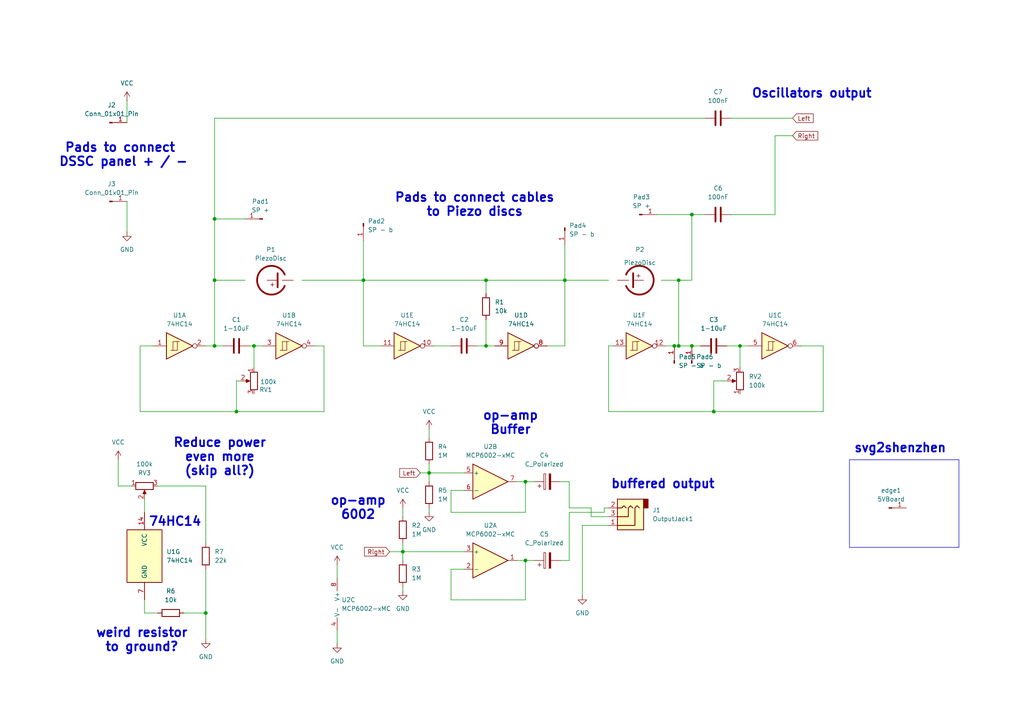
<source format=kicad_sch>
(kicad_sch (version 20250114) (generator "eeschema") (generator_version "9.0")
  (paper "A4")
  (lib_symbols
    (symbol "1Channel-PiezoAmp-rescue:AudioJack3-Connector_6"
      (property "Reference" "J1" (at -7.62 -1.9051 0))
      (property "Value" "OutputJack1" (at -7.62 0.6349 0))
      (symbol "AudioJack3-Connector_6_0_1"
        (rectangle (start -5.08 -5.08) (end -6.35 -2.54) (stroke (width 0.254)) (fill (type outline)))
        (polyline (pts (xy -1.905 -2.54) (xy -1.27 -3.175) (xy -0.635 -2.54) (xy -0.635 0) (xy 2.54 0)) (stroke (width 0.254)))
        (polyline (pts (xy 0 -2.54) (xy 0.635 -3.175) (xy 1.27 -2.54) (xy 2.54 -2.54)) (stroke (width 0.254)))
        (rectangle (start 2.54 3.81) (end -5.08 -5.08) (stroke (width 0.254)) (fill (type background)))
        (polyline (pts (xy 2.54 2.54) (xy -2.54 2.54) (xy -2.54 -2.54) (xy -3.175 -3.175) (xy -3.81 -2.54)) (stroke (width 0.254)))
      )
      (symbol "AudioJack3-Connector_6_1_1"
        (pin passive line (at 5.08 2.54 180) (length 2.54) (name "~") (number "1"))
        (pin passive line (at 5.08 0 180) (length 2.54) (name "~") (number "3"))
        (pin passive line (at 5.08 -2.54 180) (length 2.54) (name "~") (number "2"))
      )
    )
    (symbol "74xx:74HC14" (pin_names (offset 1.016))
      (property "Reference" "U" (at 0 1.27 0))
      (property "Value" "74HC14" (at 0 -1.27 0))
      (symbol "74HC14_1_0"
        (polyline (pts (xy -3.81 3.81) (xy -3.81 -3.81) (xy 3.81 0) (xy -3.81 3.81)) (stroke (width 0.254)) (fill (type background)))
        (pin input line (at -7.62 0 0) (length 3.81) (name "~") (number "1"))
        (pin output inverted (at 7.62 0 180) (length 3.81) (name "~") (number "2"))
      )
      (symbol "74HC14_1_1"
        (polyline (pts (xy -2.54 -1.27) (xy -0.635 -1.27) (xy -0.635 1.27) (xy 0 1.27)))
        (polyline (pts (xy -1.905 -1.27) (xy -1.905 1.27) (xy -0.635 1.27)))
      )
      (symbol "74HC14_2_0"
        (polyline (pts (xy -3.81 3.81) (xy -3.81 -3.81) (xy 3.81 0) (xy -3.81 3.81)) (stroke (width 0.254)) (fill (type background)))
        (pin input line (at -7.62 0 0) (length 3.81) (name "~") (number "3"))
        (pin output inverted (at 7.62 0 180) (length 3.81) (name "~") (number "4"))
      )
      (symbol "74HC14_2_1"
        (polyline (pts (xy -2.54 -1.27) (xy -0.635 -1.27) (xy -0.635 1.27) (xy 0 1.27)))
        (polyline (pts (xy -1.905 -1.27) (xy -1.905 1.27) (xy -0.635 1.27)))
      )
      (symbol "74HC14_3_0"
        (polyline (pts (xy -3.81 3.81) (xy -3.81 -3.81) (xy 3.81 0) (xy -3.81 3.81)) (stroke (width 0.254)) (fill (type background)))
        (pin input line (at -7.62 0 0) (length 3.81) (name "~") (number "5"))
        (pin output inverted (at 7.62 0 180) (length 3.81) (name "~") (number "6"))
      )
      (symbol "74HC14_3_1"
        (polyline (pts (xy -2.54 -1.27) (xy -0.635 -1.27) (xy -0.635 1.27) (xy 0 1.27)))
        (polyline (pts (xy -1.905 -1.27) (xy -1.905 1.27) (xy -0.635 1.27)))
      )
      (symbol "74HC14_4_0"
        (polyline (pts (xy -3.81 3.81) (xy -3.81 -3.81) (xy 3.81 0) (xy -3.81 3.81)) (stroke (width 0.254)) (fill (type background)))
        (pin input line (at -7.62 0 0) (length 3.81) (name "~") (number "9"))
        (pin output inverted (at 7.62 0 180) (length 3.81) (name "~") (number "8"))
      )
      (symbol "74HC14_4_1"
        (polyline (pts (xy -2.54 -1.27) (xy -0.635 -1.27) (xy -0.635 1.27) (xy 0 1.27)))
        (polyline (pts (xy -1.905 -1.27) (xy -1.905 1.27) (xy -0.635 1.27)))
      )
      (symbol "74HC14_5_0"
        (polyline (pts (xy -3.81 3.81) (xy -3.81 -3.81) (xy 3.81 0) (xy -3.81 3.81)) (stroke (width 0.254)) (fill (type background)))
        (pin input line (at -7.62 0 0) (length 3.81) (name "~") (number "11"))
        (pin output inverted (at 7.62 0 180) (length 3.81) (name "~") (number "10"))
      )
      (symbol "74HC14_5_1"
        (polyline (pts (xy -2.54 -1.27) (xy -0.635 -1.27) (xy -0.635 1.27) (xy 0 1.27)))
        (polyline (pts (xy -1.905 -1.27) (xy -1.905 1.27) (xy -0.635 1.27)))
      )
      (symbol "74HC14_6_0"
        (polyline (pts (xy -3.81 3.81) (xy -3.81 -3.81) (xy 3.81 0) (xy -3.81 3.81)) (stroke (width 0.254)) (fill (type background)))
        (pin input line (at -7.62 0 0) (length 3.81) (name "~") (number "13"))
        (pin output inverted (at 7.62 0 180) (length 3.81) (name "~") (number "12"))
      )
      (symbol "74HC14_6_1"
        (polyline (pts (xy -2.54 -1.27) (xy -0.635 -1.27) (xy -0.635 1.27) (xy 0 1.27)))
        (polyline (pts (xy -1.905 -1.27) (xy -1.905 1.27) (xy -0.635 1.27)))
      )
      (symbol "74HC14_7_0"
        (pin power_in line (at 0 12.7 270) (length 5.08) (name "VCC") (number "14"))
        (pin power_in line (at 0 -12.7 90) (length 5.08) (name "GND") (number "7"))
      )
      (symbol "74HC14_7_1"
        (rectangle (start -5.08 7.62) (end 5.08 -7.62) (stroke (width 0.254)) (fill (type background)))
      )
    )
    (symbol "Amplifier_Operational:MCP6002-xMC" (pin_names (offset 0.127))
      (property "Reference" "U" (at 0 5.08 0))
      (property "Value" "MCP6002-xMC" (at 0 -5.08 0))
      (symbol "MCP6002-xMC_1_1"
        (polyline (pts (xy -5.08 5.08) (xy 5.08 0) (xy -5.08 -5.08) (xy -5.08 5.08)) (stroke (width 0.254)) (fill (type background)))
        (pin input line (at -7.62 2.54 0) (length 2.54) (name "+") (number "3"))
        (pin input line (at -7.62 -2.54 0) (length 2.54) (name "-") (number "2"))
        (pin output line (at 7.62 0 180) (length 2.54) (name "~") (number "1"))
      )
      (symbol "MCP6002-xMC_2_1"
        (polyline (pts (xy -5.08 5.08) (xy 5.08 0) (xy -5.08 -5.08) (xy -5.08 5.08)) (stroke (width 0.254)) (fill (type background)))
        (pin input line (at -7.62 2.54 0) (length 2.54) (name "+") (number "5"))
        (pin input line (at -7.62 -2.54 0) (length 2.54) (name "-") (number "6"))
        (pin output line (at 7.62 0 180) (length 2.54) (name "~") (number "7"))
      )
      (symbol "MCP6002-xMC_3_1"
        (pin power_in line (at -2.54 7.62 270) (length 3.81) (name "V+") (number "8"))
        (pin power_in line (at -2.54 -7.62 90) (length 3.81) (name "V-") (number "4"))
        (pin passive line (at -2.54 -7.62 90) (length 3.81) (hide yes) (name "V-") (number "9"))
      )
    )
    (symbol "Connector:Conn_01x01_Pin" (pin_names (offset 1.016) (hide yes))
      (property "Reference" "J" (at 0 2.54 0))
      (property "Value" "Conn_01x01_Pin" (at 0 -2.54 0))
      (symbol "Conn_01x01_Pin_1_1"
        (rectangle (start 0.8636 0.127) (end 0 -0.127) (stroke (width 0.1524)) (fill (type outline)))
        (polyline (pts (xy 1.27 0) (xy 0.8636 0)) (stroke (width 0.1524)))
        (pin passive line (at 5.08 0 180) (length 3.81) (name "Pin_1") (number "1"))
      )
    )
    (symbol "Device:C" (pin_numbers (hide yes)) (pin_names (offset 0.254))
      (property "Reference" "C" (at 0.635 2.54 0))
      (property "Value" "C" (at 0.635 -2.54 0))
      (symbol "C_0_1"
        (polyline (pts (xy -2.032 0.762) (xy 2.032 0.762)) (stroke (width 0.508)))
        (polyline (pts (xy -2.032 -0.762) (xy 2.032 -0.762)) (stroke (width 0.508)))
      )
      (symbol "C_1_1"
        (pin passive line (at 0 3.81 270) (length 2.794) (name "~") (number "1"))
        (pin passive line (at 0 -3.81 90) (length 2.794) (name "~") (number "2"))
      )
    )
    (symbol "Device:C_Polarized" (pin_numbers (hide yes)) (pin_names (offset 0.254))
      (property "Reference" "C" (at 0.635 2.54 0))
      (property "Value" "C_Polarized" (at 0.635 -2.54 0))
      (symbol "C_Polarized_0_1"
        (rectangle (start -2.286 0.508) (end 2.286 1.016))
        (polyline (pts (xy -1.778 2.286) (xy -0.762 2.286)))
        (polyline (pts (xy -1.27 2.794) (xy -1.27 1.778)))
        (rectangle (start 2.286 -0.508) (end -2.286 -1.016) (fill (type outline)))
      )
      (symbol "C_Polarized_1_1"
        (pin passive line (at 0 3.81 270) (length 2.794) (name "~") (number "1"))
        (pin passive line (at 0 -3.81 90) (length 2.794) (name "~") (number "2"))
      )
    )
    (symbol "Device:C_Polarized_US" (pin_numbers (hide yes)) (pin_names (offset 0.254) (hide yes))
      (property "Reference" "C4" (at 7.62 0.635 90))
      (property "Value" "PiezoDisc" (at 5.08 0.635 90))
      (symbol "C_Polarized_US_0_1"
        (polyline (pts (xy -2.032 0.762) (xy 2.032 0.762)) (stroke (width 0.508)))
        (polyline (pts (xy -1.778 2.286) (xy -0.762 2.286)))
        (polyline (pts (xy -1.27 1.778) (xy -1.27 2.794)))
        (arc (start -1.6511 -1.286) (mid 0.0001 6.7071) (end 1.6509 -1.2861) (stroke (width 0.508)))
      )
      (symbol "C_Polarized_US_1_1"
        (pin passive line (at 0 3.81 270) (length 2.794) (name "~") (number "1"))
        (pin passive line (at 0 -3.81 90) (length 3.302) (name "~") (number "2"))
      )
    )
    (symbol "Device:R" (pin_numbers (hide yes)) (pin_names (offset 0))
      (property "Reference" "R" (at 2.032 0 90))
      (property "Value" "R" (at 0 0 90))
      (symbol "R_0_1"
        (rectangle (start -1.016 -2.54) (end 1.016 2.54) (stroke (width 0.254)))
      )
      (symbol "R_1_1"
        (pin passive line (at 0 3.81 270) (length 1.27) (name "~") (number "1"))
        (pin passive line (at 0 -3.81 90) (length 1.27) (name "~") (number "2"))
      )
    )
    (symbol "Device:R_Potentiometer" (pin_names (offset 1.016) (hide yes))
      (property "Reference" "RV" (at -4.445 0 90))
      (property "Value" "R_Potentiometer" (at -2.54 0 90))
      (symbol "R_Potentiometer_0_1"
        (rectangle (start 1.016 2.54) (end -1.016 -2.54) (stroke (width 0.254)))
        (polyline (pts (xy 1.143 0) (xy 2.286 0.508) (xy 2.286 -0.508) (xy 1.143 0)) (fill (type outline)))
        (polyline (pts (xy 2.54 0) (xy 1.524 0)))
      )
      (symbol "R_Potentiometer_1_1"
        (pin passive line (at 0 3.81 270) (length 1.27) (name "1") (number "1"))
        (pin passive line (at 0 -3.81 90) (length 1.27) (name "3") (number "3"))
        (pin passive line (at 3.81 0 180) (length 1.27) (name "2") (number "2"))
      )
    )
    (symbol "power:GND" (power) (pin_numbers (hide yes)) (pin_names (offset 0) (hide yes))
      (property "Value" "GND" (at 0 -3.81 0))
      (symbol "GND_0_1"
        (polyline (pts (xy 0 0) (xy 0 -1.27) (xy 1.27 -1.27) (xy 0 -2.54) (xy -1.27 -1.27) (xy 0 -1.27)))
      )
      (symbol "GND_1_1"
        (pin power_in line (at 0 0 270) (length 0) (name "~") (number "1"))
      )
    )
    (symbol "power:VCC" (power) (pin_numbers (hide yes)) (pin_names (offset 0) (hide yes))
      (property "Value" "VCC" (at 0 3.556 0))
      (symbol "VCC_0_1"
        (polyline (pts (xy -0.762 1.27) (xy 0 2.54)))
        (polyline (pts (xy 0 2.54) (xy 0.762 1.27)))
        (polyline (pts (xy 0 0) (xy 0 2.54)))
      )
      (symbol "VCC_1_1"
        (pin power_in line (at 0 0 90) (length 0) (name "~") (number "1"))
      )
    )
  )
  (text "svg2shenzhen" (at 261.112 130.048 0) (effects (font (size 2.54 2.54) (thickness 0.508) (bold yes))))
  (text "Pads to connect cables\nto Piezo discs" (at 137.668 59.436 0) (effects (font (size 2.54 2.54) (thickness 0.508) (bold yes))))
  (text "Oscillators output" (at 235.458 27.178 0) (effects (font (size 2.54 2.54) (thickness 0.508) (bold yes))))
  (text "Reduce power\neven more\n(skip all?)" (at 63.754 132.588 0) (effects (font (size 2.54 2.54) (thickness 0.508) (bold yes))))
  (text "op-amp\nBuffer" (at 148.082 122.682 0) (effects (font (size 2.54 2.54) (thickness 0.508) (bold yes))))
  (text "op-amp\n6002\n" (at 103.886 147.32 0) (effects (font (size 2.54 2.54) (thickness 0.508) (bold yes))))
  (text "weird resistor\nto ground?" (at 41.148 185.674 0) (effects (font (size 2.54 2.54) (thickness 0.508) (bold yes))))
  (text "74HC14" (at 50.8 151.384 0) (effects (font (size 2.54 2.54) (thickness 0.508) (bold yes))))
  (text "buffered output" (at 192.278 140.462 0) (effects (font (size 2.54 2.54) (thickness 0.508) (bold yes))))
  (text "Pads to connect \nDSSC panel + / -" (at 35.814 44.958 0) (effects (font (size 2.54 2.54) (thickness 0.508) (bold yes))))
  (junction (at 163.83 81.28))
  (junction (at 59.69 177.8))
  (junction (at 196.85 100.33))
  (junction (at 214.63 100.33))
  (junction (at 62.23 63.5))
  (junction (at 140.97 100.33))
  (junction (at 152.4 139.7))
  (junction (at 200.66 62.23))
  (junction (at 73.66 100.33))
  (junction (at 124.46 137.16))
  (junction (at 195.58 100.33))
  (junction (at 140.97 81.28))
  (junction (at 68.58 119.38))
  (junction (at 62.23 81.28))
  (junction (at 200.66 100.33))
  (junction (at 116.84 160.02))
  (junction (at 207.01 119.38))
  (junction (at 105.41 81.28))
  (junction (at 152.4 162.56))
  (junction (at 62.23 100.33))
  (junction (at 196.85 81.28))
  (wire (pts (xy 163.83 81.28) (xy 176.53 81.28)))
  (wire (pts (xy 59.69 140.97) (xy 59.69 157.48)))
  (wire (pts (xy 40.64 119.38) (xy 40.64 100.33)))
  (wire (pts (xy 196.85 100.33) (xy 195.58 100.33)))
  (wire (pts (xy 238.76 100.33) (xy 232.41 100.33)))
  (wire (pts (xy 36.83 29.21) (xy 36.83 35.56)))
  (wire (pts (xy 165.1 148.59) (xy 175.26 148.59)))
  (wire (pts (xy 165.1 147.32) (xy 171.45 147.32)))
  (wire (pts (xy 116.84 160.02) (xy 116.84 162.56)))
  (wire (pts (xy 62.23 34.29) (xy 204.47 34.29)))
  (wire (pts (xy 224.79 39.37) (xy 224.79 62.23)))
  (wire (pts (xy 105.41 69.85) (xy 105.41 81.28)))
  (wire (pts (xy 116.84 157.48) (xy 116.84 160.02)))
  (wire (pts (xy 62.23 81.28) (xy 62.23 100.33)))
  (wire (pts (xy 176.53 152.4) (xy 168.91 152.4)))
  (wire (pts (xy 124.46 147.32) (xy 124.46 148.59)))
  (wire (pts (xy 68.58 110.49) (xy 69.85 110.49)))
  (wire (pts (xy 71.12 81.28) (xy 62.23 81.28)))
  (wire (pts (xy 207.01 119.38) (xy 238.76 119.38)))
  (wire (pts (xy 40.64 119.38) (xy 68.58 119.38)))
  (wire (pts (xy 210.82 100.33) (xy 214.63 100.33)))
  (wire (pts (xy 62.23 63.5) (xy 71.12 63.5)))
  (wire (pts (xy 200.66 62.23) (xy 204.47 62.23)))
  (wire (pts (xy 175.26 147.32) (xy 176.53 147.32)))
  (wire (pts (xy 93.98 100.33) (xy 93.98 119.38)))
  (wire (pts (xy 130.81 148.59) (xy 130.81 142.24)))
  (wire (pts (xy 238.76 119.38) (xy 238.76 100.33)))
  (wire (pts (xy 59.69 100.33) (xy 62.23 100.33)))
  (wire (pts (xy 121.92 137.16) (xy 124.46 137.16)))
  (wire (pts (xy 124.46 137.16) (xy 124.46 139.7)))
  (wire (pts (xy 105.41 81.28) (xy 105.41 100.33)))
  (wire (pts (xy 130.81 173.99) (xy 152.4 173.99)))
  (wire (pts (xy 41.91 177.8) (xy 45.72 177.8)))
  (wire (pts (xy 138.43 100.33) (xy 140.97 100.33)))
  (wire (pts (xy 34.29 140.97) (xy 38.1 140.97)))
  (wire (pts (xy 162.56 139.7) (xy 165.1 139.7)))
  (wire (pts (xy 176.53 100.33) (xy 177.8 100.33)))
  (wire (pts (xy 214.63 100.33) (xy 214.63 106.68)))
  (wire (pts (xy 196.85 100.33) (xy 200.66 100.33)))
  (wire (pts (xy 124.46 137.16) (xy 134.62 137.16)))
  (wire (pts (xy 171.45 149.86) (xy 176.53 149.86)))
  (wire (pts (xy 207.01 110.49) (xy 207.01 119.38)))
  (wire (pts (xy 116.84 160.02) (xy 134.62 160.02)))
  (wire (pts (xy 210.82 110.49) (xy 207.01 110.49)))
  (wire (pts (xy 200.66 100.33) (xy 203.2 100.33)))
  (wire (pts (xy 165.1 139.7) (xy 165.1 147.32)))
  (wire (pts (xy 140.97 81.28) (xy 140.97 85.09)))
  (wire (pts (xy 62.23 63.5) (xy 62.23 81.28)))
  (polyline (pts (xy 246.38 133.35) (xy 246.38 158.75)))
  (wire (pts (xy 140.97 81.28) (xy 163.83 81.28)))
  (wire (pts (xy 217.17 100.33) (xy 214.63 100.33)))
  (wire (pts (xy 176.53 119.38) (xy 207.01 119.38)))
  (wire (pts (xy 200.66 62.23) (xy 200.66 81.28)))
  (wire (pts (xy 165.1 148.59) (xy 165.1 162.56)))
  (wire (pts (xy 130.81 142.24) (xy 134.62 142.24)))
  (wire (pts (xy 163.83 81.28) (xy 163.83 100.33)))
  (wire (pts (xy 196.85 81.28) (xy 200.66 81.28)))
  (wire (pts (xy 176.53 100.33) (xy 176.53 119.38)))
  (polyline (pts (xy 246.38 133.35) (xy 278.13 133.35)))
  (wire (pts (xy 152.4 162.56) (xy 154.94 162.56)))
  (wire (pts (xy 105.41 81.28) (xy 140.97 81.28)))
  (wire (pts (xy 193.04 100.33) (xy 195.58 100.33)))
  (wire (pts (xy 73.66 100.33) (xy 73.66 106.68)))
  (wire (pts (xy 62.23 100.33) (xy 64.77 100.33)))
  (wire (pts (xy 196.85 81.28) (xy 196.85 100.33)))
  (wire (pts (xy 59.69 177.8) (xy 59.69 185.42)))
  (wire (pts (xy 124.46 134.62) (xy 124.46 137.16)))
  (wire (pts (xy 224.79 39.37) (xy 229.87 39.37)))
  (wire (pts (xy 190.5 62.23) (xy 200.66 62.23)))
  (wire (pts (xy 72.39 100.33) (xy 73.66 100.33)))
  (wire (pts (xy 68.58 110.49) (xy 68.58 119.38)))
  (wire (pts (xy 140.97 100.33) (xy 143.51 100.33)))
  (wire (pts (xy 191.77 81.28) (xy 196.85 81.28)))
  (wire (pts (xy 40.64 100.33) (xy 44.45 100.33)))
  (wire (pts (xy 152.4 139.7) (xy 152.4 148.59)))
  (wire (pts (xy 158.75 100.33) (xy 163.83 100.33)))
  (wire (pts (xy 152.4 148.59) (xy 130.81 148.59)))
  (wire (pts (xy 168.91 152.4) (xy 168.91 172.72)))
  (wire (pts (xy 91.44 100.33) (xy 93.98 100.33)))
  (wire (pts (xy 125.73 100.33) (xy 130.81 100.33)))
  (wire (pts (xy 68.58 119.38) (xy 93.98 119.38)))
  (wire (pts (xy 53.34 177.8) (xy 59.69 177.8)))
  (wire (pts (xy 113.03 160.02) (xy 116.84 160.02)))
  (wire (pts (xy 163.83 71.12) (xy 163.83 81.28)))
  (wire (pts (xy 45.72 140.97) (xy 59.69 140.97)))
  (wire (pts (xy 171.45 147.32) (xy 171.45 149.86)))
  (wire (pts (xy 87.63 81.28) (xy 105.41 81.28)))
  (wire (pts (xy 116.84 147.32) (xy 116.84 149.86)))
  (wire (pts (xy 165.1 162.56) (xy 162.56 162.56)))
  (wire (pts (xy 149.86 162.56) (xy 152.4 162.56)))
  (wire (pts (xy 152.4 162.56) (xy 152.4 173.99)))
  (wire (pts (xy 97.79 182.88) (xy 97.79 186.69)))
  (wire (pts (xy 212.09 62.23) (xy 224.79 62.23)))
  (wire (pts (xy 110.49 100.33) (xy 105.41 100.33)))
  (wire (pts (xy 97.79 163.83) (xy 97.79 167.64)))
  (wire (pts (xy 212.09 34.29) (xy 229.87 34.29)))
  (wire (pts (xy 62.23 34.29) (xy 62.23 63.5)))
  (wire (pts (xy 140.97 92.71) (xy 140.97 100.33)))
  (wire (pts (xy 149.86 139.7) (xy 152.4 139.7)))
  (wire (pts (xy 124.46 124.46) (xy 124.46 127)))
  (wire (pts (xy 116.84 170.18) (xy 116.84 171.45)))
  (wire (pts (xy 36.83 58.42) (xy 36.83 67.31)))
  (wire (pts (xy 41.91 173.99) (xy 41.91 177.8)))
  (wire (pts (xy 59.69 177.8) (xy 59.69 165.1)))
  (wire (pts (xy 130.81 165.1) (xy 130.81 173.99)))
  (wire (pts (xy 41.91 144.78) (xy 41.91 148.59)))
  (wire (pts (xy 34.29 140.97) (xy 34.29 133.35)))
  (polyline (pts (xy 278.13 133.35) (xy 278.13 158.75)))
  (polyline (pts (xy 278.13 158.75) (xy 246.38 158.75)))
  (wire (pts (xy 152.4 139.7) (xy 154.94 139.7)))
  (wire (pts (xy 175.26 148.59) (xy 175.26 147.32)))
  (wire (pts (xy 73.66 100.33) (xy 76.2 100.33)))
  (wire (pts (xy 134.62 165.1) (xy 130.81 165.1)))
  (global_label "Left" (shape input) (at 121.92 137.16 180) (property "Intersheetrefs" "${INTERSHEET_REFS}" (effects (hide yes))))
  (global_label "Right" (shape input) (at 229.87 39.37 0) (property "Intersheetrefs" "${INTERSHEET_REFS}" (effects (hide yes))))
  (global_label "Right" (shape input) (at 113.03 160.02 180) (property "Intersheetrefs" "${INTERSHEET_REFS}" (effects (hide yes))))
  (global_label "Left" (shape input) (at 229.87 34.29 0) (property "Intersheetrefs" "${INTERSHEET_REFS}" (effects (hide yes))))
  (symbol (lib_id "1Channel-PiezoAmp-rescue:AudioJack3-Connector_6") (at 181.61 149.86 180) (unit 1)
    (property "Reference" "J1" (at 189.23 147.9549 0) (effects (justify right)))
    (property "Value" "OutputJack1" (at 189.23 150.4949 0) (effects (justify right)))
    (property "Footprint" "007_dusjagr:AUDIO-JACK-3.5mm_SMD_noHole" (effects (hide yes)))
  )
  (symbol (lib_id "Amplifier_Operational:MCP6002-xMC") (at 100.33 175.26 0) (unit 3)
    (property "Reference" "U2" (at 99.06 173.9899 0) (effects (justify left)))
    (property "Value" "MCP6002-xMC" (at 99.06 176.5299 0) (effects (justify left)))
    (property "Footprint" "007_dusjagr:DIP-8_W7.62mm_LongerPads" (effects (hide yes)))
    (property "Datasheet" "http://ww1.microchip.com/downloads/en/DeviceDoc/21733j.pdf" (effects (hide yes)))
    (property "Description" "1MHz, Low-Power Op Amp, DFN-8" (effects (hide yes)))
  )
  (symbol (lib_id "Amplifier_Operational:MCP6002-xMC") (at 142.24 139.7 0) (unit 2)
    (property "Reference" "U2" (at 142.24 129.54 0))
    (property "Value" "MCP6002-xMC" (at 142.24 132.08 0))
    (property "Footprint" "007_dusjagr:DIP-8_W7.62mm_LongerPads" (effects (hide yes)))
    (property "Datasheet" "http://ww1.microchip.com/downloads/en/DeviceDoc/21733j.pdf" (effects (hide yes)))
    (property "Description" "1MHz, Low-Power Op Amp, DFN-8" (effects (hide yes)))
  )
  (symbol (lib_id "Connector:Conn_01x01_Pin") (at 185.42 62.23 0) (unit 1)
    (property "Reference" "Pad3" (at 186.055 57.15 0))
    (property "Value" "SP +" (at 186.055 59.69 0))
    (property "Footprint" "007_dusjagr:SolderPad_small" (effects (hide yes)))
    (property "Description" "Generic connector, single row, 01x01, script generated" (effects (hide yes)))
  )
  (symbol (lib_id "Device:R") (at 116.84 153.67 0) (unit 1)
    (property "Reference" "R2" (at 119.38 152.3999 0) (effects (justify left)))
    (property "Value" "1M" (at 119.38 154.9399 0) (effects (justify left)))
    (property "Footprint" "Resistor_THT:R_Axial_DIN0309_L9.0mm_D3.2mm_P12.70mm_Horizontal" (effects (hide yes)))
    (property "Description" "Resistor" (effects (hide yes)))
  )
  (symbol (lib_id "Device:R_Potentiometer") (at 73.66 110.49 0) (mirror y) (unit 1)
    (property "Reference" "RV1" (at 75.184 113.03 0) (effects (justify right)))
    (property "Value" "100k" (at 75.438 110.744 0) (effects (justify right)))
    (property "Footprint" "blinkyparts:Potentiometer_Alpha_RD901F-40-00D_Single_Vertical_bigger-holes" (effects (hide yes)))
    (property "Description" "Potentiometer" (effects (hide yes)))
  )
  (symbol (lib_id "Device:R") (at 124.46 143.51 0) (unit 1)
    (property "Reference" "R5" (at 127 142.2399 0) (effects (justify left)))
    (property "Value" "1M" (at 127 144.7799 0) (effects (justify left)))
    (property "Footprint" "Resistor_THT:R_Axial_DIN0309_L9.0mm_D3.2mm_P12.70mm_Horizontal" (effects (hide yes)))
    (property "Description" "Resistor" (effects (hide yes)))
  )
  (symbol (lib_id "Device:C") (at 134.62 100.33 90) (unit 1)
    (property "Reference" "C2" (at 134.62 92.71 90))
    (property "Value" "1-10uF" (at 134.62 95.25 90))
    (property "Footprint" "Capacitor_THT:C_Disc_D5.0mm_W2.5mm_P5.00mm" (effects (hide yes)))
    (property "Description" "Unpolarized capacitor" (effects (hide yes)))
  )
  (symbol (lib_id "Connector:Conn_01x01_Pin") (at 257.81 147.32 0) (unit 1)
    (property "Reference" "edge1" (at 258.445 142.24 0))
    (property "Value" "5VBoard" (at 258.445 144.78 0))
    (property "Footprint" "007_dusjagr:board_digilog" (effects (hide yes)))
    (property "Description" "Generic connector, single row, 01x01, script generated" (effects (hide yes)))
  )
  (symbol (lib_id "Device:R") (at 124.46 130.81 0) (unit 1)
    (property "Reference" "R4" (at 127 129.5399 0) (effects (justify left)))
    (property "Value" "1M" (at 127 132.0799 0) (effects (justify left)))
    (property "Footprint" "Resistor_THT:R_Axial_DIN0309_L9.0mm_D3.2mm_P12.70mm_Horizontal" (effects (hide yes)))
    (property "Description" "Resistor" (effects (hide yes)))
  )
  (symbol (lib_id "Device:R") (at 49.53 177.8 90) (unit 1)
    (property "Reference" "R6" (at 49.53 171.45 90))
    (property "Value" "10k" (at 49.53 173.99 90))
    (property "Footprint" "Resistor_THT:R_Axial_DIN0309_L9.0mm_D3.2mm_P12.70mm_Horizontal" (effects (hide yes)))
    (property "Description" "Resistor" (effects (hide yes)))
  )
  (symbol (lib_id "Connector:Conn_01x01_Pin") (at 105.41 64.77 270) (unit 1)
    (property "Reference" "Pad2" (at 106.68 64.1349 90) (effects (justify left)))
    (property "Value" "SP - b" (at 106.68 66.6749 90) (effects (justify left)))
    (property "Footprint" "007_dusjagr:SolderPad_small" (effects (hide yes)))
    (property "Description" "Generic connector, single row, 01x01, script generated" (effects (hide yes)))
  )
  (symbol (lib_id "Connector:Conn_01x01_Pin") (at 200.66 105.41 90) (unit 1)
    (property "Reference" "Pad6" (at 201.93 103.5049 90) (effects (justify right)))
    (property "Value" "SP - b" (at 201.93 106.0449 90) (effects (justify right)))
    (property "Footprint" "007_dusjagr:SolderPad_small" (effects (hide yes)))
    (property "Description" "Generic connector, single row, 01x01, script generated" (effects (hide yes)))
  )
  (symbol (lib_id "Device:C") (at 208.28 34.29 90) (unit 1)
    (property "Reference" "C7" (at 208.28 26.67 90))
    (property "Value" "100nF" (at 208.28 29.21 90))
    (property "Footprint" "Capacitor_THT:C_Disc_D5.0mm_W2.5mm_P2.50mm" (effects (hide yes)))
    (property "Description" "Unpolarized capacitor" (effects (hide yes)))
  )
  (symbol (lib_id "power:GND") (at 168.91 172.72 0) (unit 1)
    (property "Reference" "#PWR010" (effects (hide yes)))
    (property "Value" "GND" (at 168.91 177.8 0))
    (property "Description" "Power symbol creates a global label with name \"GND\" , ground" (effects (hide yes)))
  )
  (symbol (lib_id "74xx:74HC14") (at 83.82 100.33 0) (unit 2)
    (property "Reference" "U1" (at 83.82 91.44 0))
    (property "Value" "74HC14" (at 83.82 93.98 0))
    (property "Footprint" "007_dusjagr:DIP-14_W7.62mm_LongerPads" (effects (hide yes)))
    (property "Datasheet" "http://www.ti.com/lit/gpn/sn74HC14" (effects (hide yes)))
    (property "Description" "Hex inverter schmitt trigger" (effects (hide yes)))
  )
  (symbol (lib_id "Device:C") (at 68.58 100.33 90) (unit 1)
    (property "Reference" "C1" (at 68.58 92.71 90))
    (property "Value" "1-10uF" (at 68.58 95.25 90))
    (property "Footprint" "Capacitor_THT:C_Disc_D5.0mm_W2.5mm_P5.00mm" (effects (hide yes)))
    (property "Description" "Unpolarized capacitor" (effects (hide yes)))
  )
  (symbol (lib_id "Device:C_Polarized") (at 158.75 162.56 90) (unit 1)
    (property "Reference" "C5" (at 157.861 154.94 90))
    (property "Value" "C_Polarized" (at 157.861 157.48 90))
    (property "Footprint" "Capacitor_THT:CP_Radial_D5.0mm_P2.50mm" (effects (hide yes)))
    (property "Description" "Polarized capacitor" (effects (hide yes)))
  )
  (symbol (lib_id "74xx:74HC14") (at 224.79 100.33 0) (unit 3)
    (property "Reference" "U1" (at 224.79 91.44 0))
    (property "Value" "74HC14" (at 224.79 93.98 0))
    (property "Footprint" "007_dusjagr:DIP-14_W7.62mm_LongerPads" (effects (hide yes)))
    (property "Datasheet" "http://www.ti.com/lit/gpn/sn74HC14" (effects (hide yes)))
    (property "Description" "Hex inverter schmitt trigger" (effects (hide yes)))
  )
  (symbol (lib_id "74xx:74HC14") (at 52.07 100.33 0) (unit 1)
    (property "Reference" "U1" (at 52.07 91.44 0))
    (property "Value" "74HC14" (at 52.07 93.98 0))
    (property "Footprint" "007_dusjagr:DIP-14_W7.62mm_LongerPads" (effects (hide yes)))
    (property "Datasheet" "http://www.ti.com/lit/gpn/sn74HC14" (effects (hide yes)))
    (property "Description" "Hex inverter schmitt trigger" (effects (hide yes)))
  )
  (symbol (lib_id "Device:C_Polarized_US") (at 81.28 81.28 90) (unit 1)
    (property "Reference" "P1" (at 78.5695 72.39 90))
    (property "Value" "PiezoDisc" (at 78.5695 74.93 90))
    (property "Footprint" "007_dusjagr:Piezo_20mm" (effects (hide yes)))
    (property "Description" "PIezodisc" (effects (hide yes)))
  )
  (symbol (lib_id "power:VCC") (at 36.83 29.21 0) (unit 1)
    (property "Reference" "#PWR04" (effects (hide yes)))
    (property "Value" "VCC" (at 36.83 24.13 0))
    (property "Description" "Power symbol creates a global label with name \"VCC\"" (effects (hide yes)))
  )
  (symbol (lib_id "power:GND") (at 59.69 185.42 0) (unit 1)
    (property "Reference" "#PWR013" (effects (hide yes)))
    (property "Value" "GND" (at 59.69 190.5 0))
    (property "Description" "Power symbol creates a global label with name \"GND\" , ground" (effects (hide yes)))
  )
  (symbol (lib_id "power:GND") (at 124.46 148.59 0) (unit 1)
    (property "Reference" "#PWR09" (effects (hide yes)))
    (property "Value" "GND" (at 124.46 153.67 0))
    (property "Description" "Power symbol creates a global label with name \"GND\" , ground" (effects (hide yes)))
  )
  (symbol (lib_id "power:GND") (at 97.79 186.69 0) (unit 1)
    (property "Reference" "#PWR012" (effects (hide yes)))
    (property "Value" "GND" (at 97.79 191.77 0))
    (property "Description" "Power symbol creates a global label with name \"GND\" , ground" (effects (hide yes)))
  )
  (symbol (lib_id "Device:R") (at 140.97 88.9 0) (unit 1)
    (property "Reference" "R1" (at 143.51 87.6299 0) (effects (justify left)))
    (property "Value" "10k" (at 143.51 90.1699 0) (effects (justify left)))
    (property "Footprint" "Resistor_THT:R_Axial_DIN0309_L9.0mm_D3.2mm_P12.70mm_Horizontal" (effects (hide yes)))
    (property "Description" "Resistor" (effects (hide yes)))
  )
  (symbol (lib_id "power:GND") (at 116.84 171.45 0) (unit 1)
    (property "Reference" "#PWR07" (effects (hide yes)))
    (property "Value" "GND" (at 116.84 176.53 0))
    (property "Description" "Power symbol creates a global label with name \"GND\" , ground" (effects (hide yes)))
  )
  (symbol (lib_id "Device:R") (at 116.84 166.37 0) (unit 1)
    (property "Reference" "R3" (at 119.38 165.0999 0) (effects (justify left)))
    (property "Value" "1M" (at 119.38 167.6399 0) (effects (justify left)))
    (property "Footprint" "Resistor_THT:R_Axial_DIN0309_L9.0mm_D3.2mm_P12.70mm_Horizontal" (effects (hide yes)))
    (property "Description" "Resistor" (effects (hide yes)))
  )
  (symbol (lib_id "Amplifier_Operational:MCP6002-xMC") (at 142.24 162.56 0) (unit 1)
    (property "Reference" "U2" (at 142.24 152.4 0))
    (property "Value" "MCP6002-xMC" (at 142.24 154.94 0))
    (property "Footprint" "007_dusjagr:DIP-8_W7.62mm_LongerPads" (effects (hide yes)))
    (property "Datasheet" "http://ww1.microchip.com/downloads/en/DeviceDoc/21733j.pdf" (effects (hide yes)))
    (property "Description" "1MHz, Low-Power Op Amp, DFN-8" (effects (hide yes)))
  )
  (symbol (lib_id "power:VCC") (at 34.29 133.35 0) (unit 1)
    (property "Reference" "#PWR02" (effects (hide yes)))
    (property "Value" "VCC" (at 34.29 128.27 0))
    (property "Description" "Power symbol creates a global label with name \"VCC\"" (effects (hide yes)))
  )
  (symbol (lib_id "Device:R") (at 59.69 161.29 0) (unit 1)
    (property "Reference" "R7" (at 62.23 160.0199 0) (effects (justify left)))
    (property "Value" "22k" (at 62.23 162.5599 0) (effects (justify left)))
    (property "Footprint" "Resistor_THT:R_Axial_DIN0309_L9.0mm_D3.2mm_P12.70mm_Horizontal" (effects (hide yes)))
    (property "Description" "Resistor" (effects (hide yes)))
  )
  (symbol (lib_id "Device:C_Polarized_US") (at 182.88 81.28 270) (unit 1)
    (property "Reference" "P2" (at 185.5905 72.39 90))
    (property "Value" "PiezoDisc" (at 185.5905 76.2 90))
    (property "Footprint" "007_dusjagr:Piezo_20mm" (effects (hide yes)))
    (property "Description" "PIezodisc" (effects (hide yes)))
  )
  (symbol (lib_id "74xx:74HC14") (at 151.13 100.33 0) (unit 4)
    (property "Reference" "U1" (at 151.13 91.44 0))
    (property "Value" "74HC14" (at 151.13 93.98 0))
    (property "Footprint" "007_dusjagr:DIP-14_W7.62mm_LongerPads" (effects (hide yes)))
    (property "Datasheet" "http://www.ti.com/lit/gpn/sn74HC14" (effects (hide yes)))
    (property "Description" "Hex inverter schmitt trigger" (effects (hide yes)))
  )
  (symbol (lib_id "Device:C") (at 207.01 100.33 90) (unit 1)
    (property "Reference" "C3" (at 207.01 92.71 90))
    (property "Value" "1-10uF" (at 207.01 95.25 90))
    (property "Footprint" "Capacitor_THT:C_Disc_D5.0mm_W2.5mm_P5.00mm" (effects (hide yes)))
    (property "Description" "Unpolarized capacitor" (effects (hide yes)))
  )
  (symbol (lib_id "Connector:Conn_01x01_Pin") (at 31.75 35.56 0) (unit 1)
    (property "Reference" "J2" (at 32.385 30.48 0))
    (property "Value" "Conn_01x01_Pin" (at 32.385 33.02 0))
    (property "Footprint" "007_dusjagr:SolarPad_VCC" (effects (hide yes)))
    (property "Description" "Generic connector, single row, 01x01, script generated" (effects (hide yes)))
  )
  (symbol (lib_id "Device:C_Polarized") (at 158.75 139.7 90) (unit 1)
    (property "Reference" "C4" (at 157.861 132.08 90))
    (property "Value" "C_Polarized" (at 157.861 134.62 90))
    (property "Footprint" "Capacitor_THT:CP_Radial_D5.0mm_P2.50mm" (effects (hide yes)))
    (property "Description" "Polarized capacitor" (effects (hide yes)))
  )
  (symbol (lib_id "power:VCC") (at 97.79 163.83 0) (unit 1)
    (property "Reference" "#PWR011" (effects (hide yes)))
    (property "Value" "VCC" (at 97.79 158.75 0))
    (property "Description" "Power symbol creates a global label with name \"VCC\"" (effects (hide yes)))
  )
  (symbol (lib_id "power:VCC") (at 116.84 147.32 0) (unit 1)
    (property "Reference" "#PWR06" (effects (hide yes)))
    (property "Value" "VCC" (at 116.84 142.24 0))
    (property "Description" "Power symbol creates a global label with name \"VCC\"" (effects (hide yes)))
  )
  (symbol (lib_id "Connector:Conn_01x01_Pin") (at 195.58 105.41 90) (unit 1)
    (property "Reference" "Pad5" (at 196.85 103.5049 90) (effects (justify right)))
    (property "Value" "SP - b" (at 196.85 106.0449 90) (effects (justify right)))
    (property "Footprint" "007_dusjagr:SolderPad_small" (effects (hide yes)))
    (property "Description" "Generic connector, single row, 01x01, script generated" (effects (hide yes)))
  )
  (symbol (lib_id "74xx:74HC14") (at 185.42 100.33 0) (unit 6)
    (property "Reference" "U1" (at 185.42 91.44 0))
    (property "Value" "74HC14" (at 185.42 93.98 0))
    (property "Footprint" "007_dusjagr:DIP-14_W7.62mm_LongerPads" (effects (hide yes)))
    (property "Datasheet" "http://www.ti.com/lit/gpn/sn74HC14" (effects (hide yes)))
    (property "Description" "Hex inverter schmitt trigger" (effects (hide yes)))
  )
  (symbol (lib_id "power:VCC") (at 124.46 124.46 0) (unit 1)
    (property "Reference" "#PWR08" (effects (hide yes)))
    (property "Value" "VCC" (at 124.46 119.38 0))
    (property "Description" "Power symbol creates a global label with name \"VCC\"" (effects (hide yes)))
  )
  (symbol (lib_id "Device:R_Potentiometer") (at 41.91 140.97 90) (mirror x) (unit 1)
    (property "Reference" "RV3" (at 41.91 137.16 90))
    (property "Value" "100k" (at 41.91 134.62 90))
    (property "Footprint" "blinkyparts:Potentiometer_Alpha_RD901F-40-00D_Single_Vertical_bigger-holes" (effects (hide yes)))
    (property "Description" "Potentiometer" (effects (hide yes)))
  )
  (symbol (lib_id "74xx:74HC14") (at 41.91 161.29 0) (unit 7)
    (property "Reference" "U1" (at 48.26 160.0199 0) (effects (justify left)))
    (property "Value" "74HC14" (at 48.26 162.5599 0) (effects (justify left)))
    (property "Footprint" "007_dusjagr:DIP-14_W7.62mm_LongerPads" (effects (hide yes)))
    (property "Datasheet" "http://www.ti.com/lit/gpn/sn74HC14" (effects (hide yes)))
    (property "Description" "Hex inverter schmitt trigger" (effects (hide yes)))
  )
  (symbol (lib_id "Device:R_Potentiometer") (at 214.63 110.49 180) (unit 1)
    (property "Reference" "RV2" (at 217.17 109.2199 0) (effects (justify right)))
    (property "Value" "100k" (at 217.17 111.7599 0) (effects (justify right)))
    (property "Footprint" "blinkyparts:Potentiometer_Alpha_RD901F-40-00D_Single_Vertical_bigger-holes" (effects (hide yes)))
    (property "Description" "Potentiometer" (effects (hide yes)))
  )
  (symbol (lib_id "Connector:Conn_01x01_Pin") (at 76.2 63.5 180) (unit 1)
    (property "Reference" "Pad1" (at 75.565 58.42 0))
    (property "Value" "SP +" (at 75.565 60.96 0))
    (property "Footprint" "007_dusjagr:SolderPad_small" (effects (hide yes)))
    (property "Description" "Generic connector, single row, 01x01, script generated" (effects (hide yes)))
  )
  (symbol (lib_id "power:GND") (at 36.83 67.31 0) (unit 1)
    (property "Reference" "#PWR05" (effects (hide yes)))
    (property "Value" "GND" (at 36.83 72.39 0))
    (property "Description" "Power symbol creates a global label with name \"GND\" , ground" (effects (hide yes)))
  )
  (symbol (lib_id "Connector:Conn_01x01_Pin") (at 31.75 58.42 0) (unit 1)
    (property "Reference" "J3" (at 32.385 53.34 0))
    (property "Value" "Conn_01x01_Pin" (at 32.385 55.88 0))
    (property "Footprint" "007_dusjagr:SolarPad_VCC" (effects (hide yes)))
    (property "Description" "Generic connector, single row, 01x01, script generated" (effects (hide yes)))
  )
  (symbol (lib_id "74xx:74HC14") (at 118.11 100.33 0) (unit 5)
    (property "Reference" "U1" (at 118.11 91.44 0))
    (property "Value" "74HC14" (at 118.11 93.98 0))
    (property "Footprint" "007_dusjagr:DIP-14_W7.62mm_LongerPads" (effects (hide yes)))
    (property "Datasheet" "http://www.ti.com/lit/gpn/sn74HC14" (effects (hide yes)))
    (property "Description" "Hex inverter schmitt trigger" (effects (hide yes)))
  )
  (symbol (lib_id "Connector:Conn_01x01_Pin") (at 163.83 66.04 270) (unit 1)
    (property "Reference" "Pad4" (at 165.1 65.4049 90) (effects (justify left)))
    (property "Value" "SP - b" (at 165.1 67.9449 90) (effects (justify left)))
    (property "Footprint" "007_dusjagr:SolderPad_small" (effects (hide yes)))
    (property "Description" "Generic connector, single row, 01x01, script generated" (effects (hide yes)))
  )
  (symbol (lib_id "Device:C") (at 208.28 62.23 90) (unit 1)
    (property "Reference" "C6" (at 208.28 54.61 90))
    (property "Value" "100nF" (at 208.28 57.15 90))
    (property "Footprint" "Capacitor_THT:C_Disc_D5.0mm_W2.5mm_P2.50mm" (effects (hide yes)))
    (property "Description" "Unpolarized capacitor" (effects (hide yes)))
  )
)
</source>
